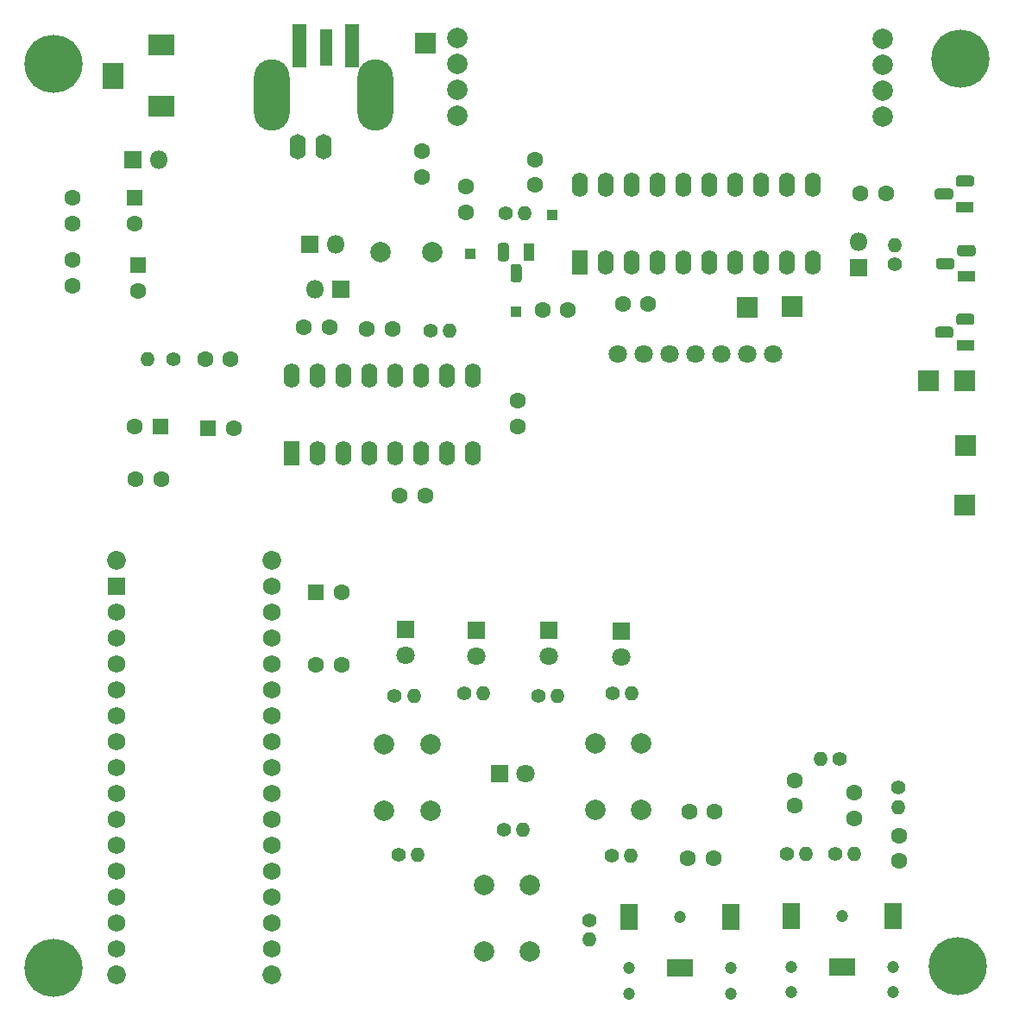
<source format=gts>
G04 #@! TF.GenerationSoftware,KiCad,Pcbnew,(5.1.9)-1*
G04 #@! TF.CreationDate,2022-03-10T18:33:41-05:00*
G04 #@! TF.ProjectId,ADX,4144582e-6b69-4636-9164-5f7063625858,rev?*
G04 #@! TF.SameCoordinates,Original*
G04 #@! TF.FileFunction,Soldermask,Top*
G04 #@! TF.FilePolarity,Negative*
%FSLAX46Y46*%
G04 Gerber Fmt 4.6, Leading zero omitted, Abs format (unit mm)*
G04 Created by KiCad (PCBNEW (5.1.9)-1) date 2022-03-10 18:33:41*
%MOMM*%
%LPD*%
G01*
G04 APERTURE LIST*
%ADD10R,2.000000X2.000000*%
%ADD11C,2.000000*%
%ADD12O,1.400000X1.400000*%
%ADD13C,1.400000*%
%ADD14R,1.000000X1.000000*%
%ADD15O,1.800000X1.800000*%
%ADD16R,1.800000X1.800000*%
%ADD17C,1.600000*%
%ADD18R,1.600000X1.600000*%
%ADD19C,1.850000*%
%ADD20R,1.727200X1.727200*%
%ADD21C,1.727200*%
%ADD22O,1.600000X2.400000*%
%ADD23R,1.600000X2.400000*%
%ADD24C,1.800000*%
%ADD25R,1.100000X1.800000*%
%ADD26R,1.800000X1.100000*%
%ADD27O,1.600000X2.500000*%
%ADD28O,3.500000X7.000000*%
%ADD29R,2.600000X2.000000*%
%ADD30R,2.000000X2.600000*%
%ADD31R,1.270000X3.600000*%
%ADD32R,1.350000X4.200000*%
%ADD33C,5.700000*%
%ADD34C,1.200000*%
%ADD35R,2.500000X1.800000*%
%ADD36R,1.800000X2.500000*%
G04 APERTURE END LIST*
D10*
X148700000Y-48500000D03*
D11*
X105100000Y-104500000D03*
X109600000Y-104500000D03*
X105100000Y-98000000D03*
X109600000Y-98000000D03*
D12*
X115400000Y-103300000D03*
D13*
X115400000Y-101400000D03*
D14*
X103700000Y-36100000D03*
X108200000Y-41700000D03*
X111800000Y-32300000D03*
D10*
X152300000Y-54900000D03*
X152200000Y-60700000D03*
X99300000Y-15400000D03*
X152200000Y-48500000D03*
X130900000Y-41300000D03*
X135300000Y-41200000D03*
D12*
X101700000Y-43600000D03*
D13*
X99800000Y-43600000D03*
D12*
X109100000Y-32100000D03*
D13*
X107200000Y-32100000D03*
D12*
X145400000Y-35200000D03*
D13*
X145400000Y-37100000D03*
D12*
X98600000Y-95000000D03*
D13*
X96700000Y-95000000D03*
D12*
X119500000Y-95100000D03*
D13*
X117600000Y-95100000D03*
D12*
X119600000Y-79200000D03*
D13*
X117700000Y-79200000D03*
D12*
X112300000Y-79400000D03*
D13*
X110400000Y-79400000D03*
D12*
X105000000Y-79200000D03*
D13*
X103100000Y-79200000D03*
D12*
X98200000Y-79400000D03*
D13*
X96300000Y-79400000D03*
D12*
X108900000Y-92500000D03*
D13*
X107000000Y-92500000D03*
D12*
X145700000Y-90300000D03*
D13*
X145700000Y-88400000D03*
D12*
X138100000Y-85600000D03*
D13*
X140000000Y-85600000D03*
D12*
X141400000Y-94900000D03*
D13*
X139500000Y-94900000D03*
D12*
X136700000Y-94900000D03*
D13*
X134800000Y-94900000D03*
D11*
X99980000Y-35900000D03*
X94900000Y-35900000D03*
D12*
X72060000Y-46400000D03*
D13*
X74600000Y-46400000D03*
D15*
X73140000Y-26800000D03*
D16*
X70600000Y-26800000D03*
D15*
X90540000Y-35100000D03*
D16*
X88000000Y-35100000D03*
D15*
X88460000Y-39500000D03*
D16*
X91000000Y-39500000D03*
D15*
X141800000Y-34860000D03*
D16*
X141800000Y-37400000D03*
D17*
X99000000Y-28500000D03*
X99000000Y-26000000D03*
X80500000Y-53200000D03*
D18*
X78000000Y-53200000D03*
D17*
X80200000Y-46400000D03*
X77700000Y-46400000D03*
X70900000Y-58200000D03*
X73400000Y-58200000D03*
X70800000Y-53000000D03*
D18*
X73300000Y-53000000D03*
D17*
X99300000Y-59800000D03*
X96800000Y-59800000D03*
X96100000Y-43400000D03*
X93600000Y-43400000D03*
X108400000Y-53000000D03*
X108400000Y-50500000D03*
X89900000Y-43300000D03*
X87400000Y-43300000D03*
X103300000Y-29500000D03*
X103300000Y-32000000D03*
X113300000Y-41600000D03*
X110800000Y-41600000D03*
X110100000Y-26800000D03*
X110100000Y-29300000D03*
X71100000Y-39700000D03*
D18*
X71100000Y-37200000D03*
D17*
X64700000Y-39200000D03*
X64700000Y-36700000D03*
X64700000Y-33100000D03*
X64700000Y-30600000D03*
X70800000Y-33100000D03*
D18*
X70800000Y-30600000D03*
D17*
X142000000Y-30100000D03*
X144500000Y-30100000D03*
X121200000Y-41000000D03*
X118700000Y-41000000D03*
X125100000Y-95300000D03*
X127600000Y-95300000D03*
X125200000Y-90800000D03*
X127700000Y-90800000D03*
X141400000Y-91400000D03*
X141400000Y-88900000D03*
X135600000Y-90200000D03*
X135600000Y-87700000D03*
X145800000Y-95600000D03*
X145800000Y-93100000D03*
X91100000Y-76400000D03*
X88600000Y-76400000D03*
X91100000Y-69300000D03*
D18*
X88600000Y-69300000D03*
D19*
X84220000Y-106730000D03*
X68980000Y-106730000D03*
X84220000Y-66090000D03*
X68980000Y-66090000D03*
D20*
X68980000Y-68630000D03*
D21*
X68980000Y-71170000D03*
X68980000Y-73710000D03*
X68980000Y-76250000D03*
X68980000Y-78790000D03*
X68980000Y-81330000D03*
X68980000Y-83870000D03*
X68980000Y-86410000D03*
X68980000Y-88950000D03*
X68980000Y-91490000D03*
X68980000Y-94030000D03*
X68980000Y-96570000D03*
X68980000Y-99110000D03*
X68980000Y-101650000D03*
X68980000Y-104190000D03*
X84220000Y-104190000D03*
X84220000Y-101650000D03*
X84220000Y-99110000D03*
X84220000Y-96570000D03*
X84220000Y-94030000D03*
X84220000Y-91490000D03*
X84220000Y-88950000D03*
X84220000Y-86410000D03*
X84220000Y-83870000D03*
X84220000Y-81330000D03*
X84220000Y-78790000D03*
X84220000Y-76250000D03*
X84220000Y-73710000D03*
X84220000Y-71170000D03*
X84220000Y-68630000D03*
D11*
X102420000Y-22500000D03*
X102420000Y-19960000D03*
X102420000Y-17420000D03*
X102420000Y-14880000D03*
X144200000Y-22600000D03*
X144200000Y-20060000D03*
X144200000Y-17520000D03*
X144200000Y-14980000D03*
D22*
X114500000Y-29280000D03*
X137360000Y-36900000D03*
X117040000Y-29280000D03*
X134820000Y-36900000D03*
X119580000Y-29280000D03*
X132280000Y-36900000D03*
X122120000Y-29280000D03*
X129740000Y-36900000D03*
X124660000Y-29280000D03*
X127200000Y-36900000D03*
X127200000Y-29280000D03*
X124660000Y-36900000D03*
X129740000Y-29280000D03*
X122120000Y-36900000D03*
X132280000Y-29280000D03*
X119580000Y-36900000D03*
X134820000Y-29280000D03*
X117040000Y-36900000D03*
X137360000Y-29280000D03*
D23*
X114500000Y-36900000D03*
D24*
X133436000Y-45904000D03*
X130896000Y-45904000D03*
X128356000Y-45904000D03*
X125816000Y-45904000D03*
X123276000Y-45904000D03*
X120736000Y-45904000D03*
X118196000Y-45904000D03*
D22*
X86200000Y-47980000D03*
X103980000Y-55600000D03*
X88740000Y-47980000D03*
X101440000Y-55600000D03*
X91280000Y-47980000D03*
X98900000Y-55600000D03*
X93820000Y-47980000D03*
X96360000Y-55600000D03*
X96360000Y-47980000D03*
X93820000Y-55600000D03*
X98900000Y-47980000D03*
X91280000Y-55600000D03*
X101440000Y-47980000D03*
X88740000Y-55600000D03*
X103980000Y-47980000D03*
D23*
X86200000Y-55600000D03*
D11*
X95300000Y-90700000D03*
X99800000Y-90700000D03*
X95300000Y-84200000D03*
X99800000Y-84200000D03*
X116000000Y-90600000D03*
X120500000Y-90600000D03*
X116000000Y-84100000D03*
X120500000Y-84100000D03*
D25*
X109500000Y-35900000D03*
G36*
G01*
X107510000Y-35275000D02*
X107510000Y-36525000D01*
G75*
G02*
X107235000Y-36800000I-275000J0D01*
G01*
X106685000Y-36800000D01*
G75*
G02*
X106410000Y-36525000I0J275000D01*
G01*
X106410000Y-35275000D01*
G75*
G02*
X106685000Y-35000000I275000J0D01*
G01*
X107235000Y-35000000D01*
G75*
G02*
X107510000Y-35275000I0J-275000D01*
G01*
G37*
G36*
G01*
X108780000Y-37345000D02*
X108780000Y-38595000D01*
G75*
G02*
X108505000Y-38870000I-275000J0D01*
G01*
X107955000Y-38870000D01*
G75*
G02*
X107680000Y-38595000I0J275000D01*
G01*
X107680000Y-37345000D01*
G75*
G02*
X107955000Y-37070000I275000J0D01*
G01*
X108505000Y-37070000D01*
G75*
G02*
X108780000Y-37345000I0J-275000D01*
G01*
G37*
D26*
X152270000Y-31470000D03*
G36*
G01*
X152895000Y-29480000D02*
X151645000Y-29480000D01*
G75*
G02*
X151370000Y-29205000I0J275000D01*
G01*
X151370000Y-28655000D01*
G75*
G02*
X151645000Y-28380000I275000J0D01*
G01*
X152895000Y-28380000D01*
G75*
G02*
X153170000Y-28655000I0J-275000D01*
G01*
X153170000Y-29205000D01*
G75*
G02*
X152895000Y-29480000I-275000J0D01*
G01*
G37*
G36*
G01*
X150825000Y-30750000D02*
X149575000Y-30750000D01*
G75*
G02*
X149300000Y-30475000I0J275000D01*
G01*
X149300000Y-29925000D01*
G75*
G02*
X149575000Y-29650000I275000J0D01*
G01*
X150825000Y-29650000D01*
G75*
G02*
X151100000Y-29925000I0J-275000D01*
G01*
X151100000Y-30475000D01*
G75*
G02*
X150825000Y-30750000I-275000J0D01*
G01*
G37*
X152400000Y-38300000D03*
G36*
G01*
X153025000Y-36310000D02*
X151775000Y-36310000D01*
G75*
G02*
X151500000Y-36035000I0J275000D01*
G01*
X151500000Y-35485000D01*
G75*
G02*
X151775000Y-35210000I275000J0D01*
G01*
X153025000Y-35210000D01*
G75*
G02*
X153300000Y-35485000I0J-275000D01*
G01*
X153300000Y-36035000D01*
G75*
G02*
X153025000Y-36310000I-275000J0D01*
G01*
G37*
G36*
G01*
X150955000Y-37580000D02*
X149705000Y-37580000D01*
G75*
G02*
X149430000Y-37305000I0J275000D01*
G01*
X149430000Y-36755000D01*
G75*
G02*
X149705000Y-36480000I275000J0D01*
G01*
X150955000Y-36480000D01*
G75*
G02*
X151230000Y-36755000I0J-275000D01*
G01*
X151230000Y-37305000D01*
G75*
G02*
X150955000Y-37580000I-275000J0D01*
G01*
G37*
X152300000Y-45040000D03*
G36*
G01*
X152925000Y-43050000D02*
X151675000Y-43050000D01*
G75*
G02*
X151400000Y-42775000I0J275000D01*
G01*
X151400000Y-42225000D01*
G75*
G02*
X151675000Y-41950000I275000J0D01*
G01*
X152925000Y-41950000D01*
G75*
G02*
X153200000Y-42225000I0J-275000D01*
G01*
X153200000Y-42775000D01*
G75*
G02*
X152925000Y-43050000I-275000J0D01*
G01*
G37*
G36*
G01*
X150855000Y-44320000D02*
X149605000Y-44320000D01*
G75*
G02*
X149330000Y-44045000I0J275000D01*
G01*
X149330000Y-43495000D01*
G75*
G02*
X149605000Y-43220000I275000J0D01*
G01*
X150855000Y-43220000D01*
G75*
G02*
X151130000Y-43495000I0J-275000D01*
G01*
X151130000Y-44045000D01*
G75*
G02*
X150855000Y-44320000I-275000J0D01*
G01*
G37*
D27*
X86760000Y-25600000D03*
X89300000Y-25600000D03*
D28*
X94380000Y-20520000D03*
X84220000Y-20520000D03*
D29*
X73400000Y-15600000D03*
X73400000Y-21600000D03*
D30*
X68700000Y-18600000D03*
D31*
X89574600Y-15854000D03*
D32*
X86933000Y-15676200D03*
X92089200Y-15676200D03*
D33*
X62800000Y-17400000D03*
X62800000Y-106100000D03*
X151800000Y-16900000D03*
X151600000Y-105900000D03*
D24*
X118500000Y-75640000D03*
D16*
X118500000Y-73100000D03*
D24*
X111400000Y-75540000D03*
D16*
X111400000Y-73000000D03*
D24*
X104300000Y-75540000D03*
D16*
X104300000Y-73000000D03*
D24*
X97400000Y-75440000D03*
D16*
X97400000Y-72900000D03*
D24*
X109140000Y-87000000D03*
D16*
X106600000Y-87000000D03*
D34*
X129300000Y-108600000D03*
X129300000Y-106100000D03*
X119300000Y-108600000D03*
X119300000Y-106100000D03*
X124300000Y-101100000D03*
D35*
X124300000Y-106100000D03*
D36*
X129300000Y-101100000D03*
X119300000Y-101100000D03*
D34*
X145200000Y-108500000D03*
X145200000Y-106000000D03*
X135200000Y-108500000D03*
X135200000Y-106000000D03*
X140200000Y-101000000D03*
D35*
X140200000Y-106000000D03*
D36*
X145200000Y-101000000D03*
X135200000Y-101000000D03*
M02*

</source>
